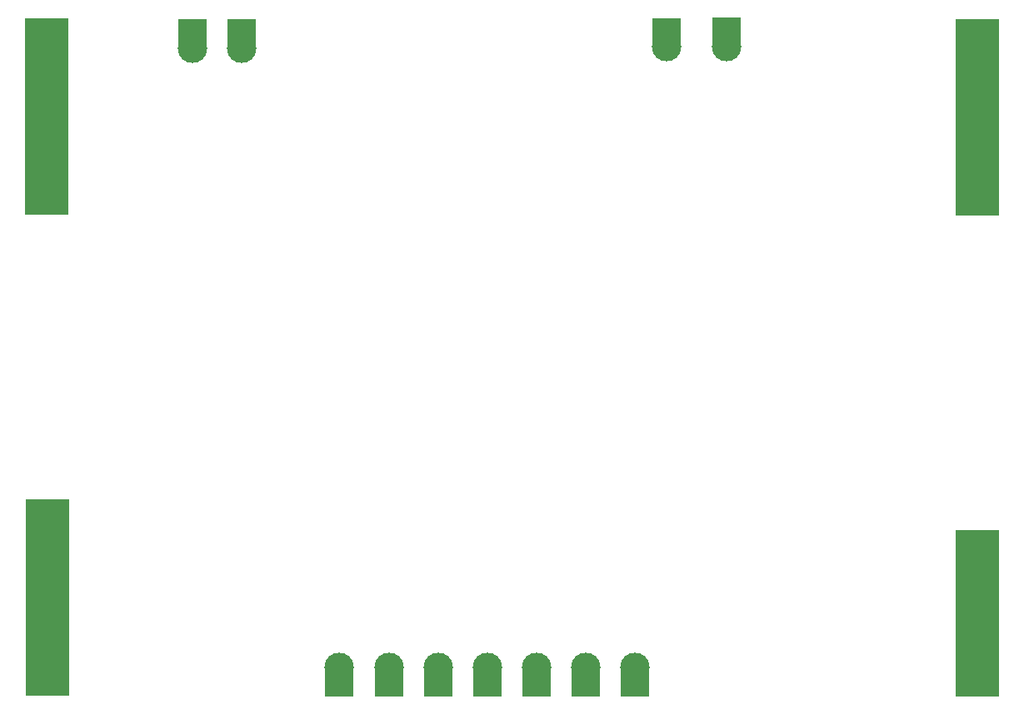
<source format=gbp>
G04*
G04 #@! TF.GenerationSoftware,Altium Limited,Altium Designer,21.0.8 (223)*
G04*
G04 Layer_Color=128*
%FSLAX44Y44*%
%MOMM*%
G71*
G04*
G04 #@! TF.SameCoordinates,817B6129-E2F9-410E-B20C-35ABB6862B10*
G04*
G04*
G04 #@! TF.FilePolarity,Positive*
G04*
G01*
G75*
%ADD17R,4.5000X20.0000*%
%ADD18R,4.5000X17.0000*%
%ADD54R,3.0000X3.0000*%
%ADD55C,3.0000*%
D17*
X28000Y106000D02*
D03*
X973000Y595000D02*
D03*
X27000Y596000D02*
D03*
D18*
X973000Y90000D02*
D03*
D54*
X324000Y20000D02*
D03*
X525000D02*
D03*
X575000D02*
D03*
X625000D02*
D03*
X375000D02*
D03*
X475000D02*
D03*
X425000D02*
D03*
X225000Y680000D02*
D03*
X175000D02*
D03*
X657250Y681500D02*
D03*
X718250Y681750D02*
D03*
D55*
X324000Y35000D02*
D03*
X525000D02*
D03*
X575000D02*
D03*
X625000D02*
D03*
X375000D02*
D03*
X475000D02*
D03*
X425000D02*
D03*
X225000Y665000D02*
D03*
X175000D02*
D03*
X657250Y666500D02*
D03*
X718250Y666750D02*
D03*
M02*

</source>
